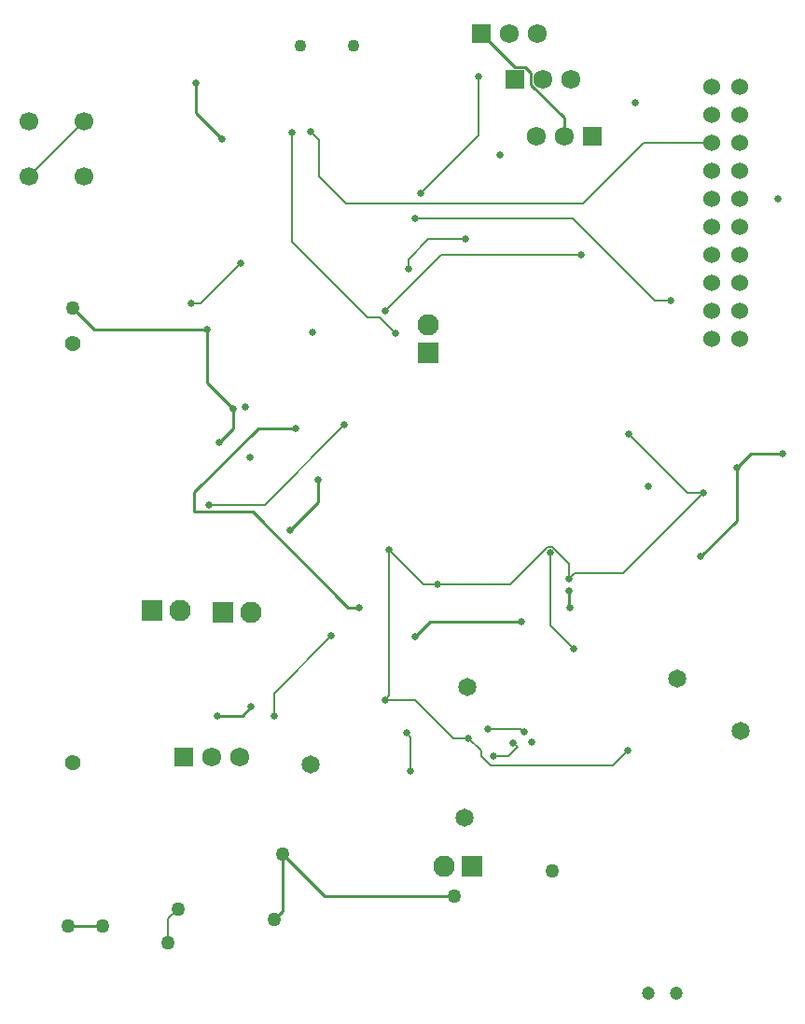
<source format=gbl>
G04*
G04 #@! TF.GenerationSoftware,Altium Limited,Altium Designer,18.1.9 (240)*
G04*
G04 Layer_Physical_Order=4*
G04 Layer_Color=16711680*
%FSLAX25Y25*%
%MOIN*%
G70*
G01*
G75*
%ADD13C,0.01000*%
%ADD62C,0.00600*%
%ADD63C,0.07677*%
%ADD64R,0.07433X0.07433*%
%ADD65C,0.06496*%
%ADD66R,0.07433X0.07433*%
%ADD67R,0.06575X0.06575*%
%ADD68C,0.06791*%
%ADD69C,0.06000*%
%ADD70C,0.04724*%
%ADD71C,0.06693*%
%ADD72C,0.04331*%
%ADD73C,0.05610*%
%ADD74C,0.02500*%
%ADD75C,0.05000*%
D13*
X316949Y277227D02*
X317178Y276999D01*
X316949Y277227D02*
Y283233D01*
X200051Y238500D02*
X203278Y241727D01*
X191156Y238500D02*
X200051D01*
X217078Y304595D02*
X227083Y314600D01*
Y322695D01*
X237945Y277247D02*
X241934D01*
X203663Y311529D02*
X237945Y277247D01*
X182887Y311529D02*
X203663D01*
X285368Y482205D02*
X297620Y469953D01*
X301202D01*
X303104Y468050D01*
Y463845D02*
Y468050D01*
Y463845D02*
X315000Y451949D01*
Y445388D02*
Y451949D01*
X187500Y357478D02*
X196882Y348095D01*
X187500Y357478D02*
Y376500D01*
X191793Y336095D02*
X196882Y341185D01*
Y348095D01*
X139500Y384000D02*
X147000Y376500D01*
X187500D01*
X183339Y453804D02*
X192678Y444465D01*
X183339Y453804D02*
Y464568D01*
X137693Y163547D02*
X150000D01*
X211500Y165787D02*
X214366Y168654D01*
Y189000D01*
X229366Y174000D01*
X275874D01*
X205696Y341091D02*
X219220D01*
X182887Y318282D02*
X205696Y341091D01*
X182887Y311529D02*
Y318282D01*
X261855Y266708D02*
X267277Y272129D01*
X299843D01*
X363815Y295266D02*
X376725Y308175D01*
Y326963D01*
X381804Y332043D01*
X393000D01*
D62*
X244745Y380833D02*
X248999D01*
X254831Y375000D01*
X224434Y447194D02*
X227605Y444023D01*
Y431157D02*
Y444023D01*
Y431157D02*
X237262Y421500D01*
X321918D01*
X343418Y443000D01*
X367949D01*
X299601Y233672D02*
X300678Y232595D01*
X287627Y233672D02*
X299601D01*
X258678Y232294D02*
X260178Y230794D01*
Y218709D02*
Y230794D01*
X269662Y285384D02*
X295853D01*
X264742D02*
X269662D01*
X316949Y287504D02*
Y292621D01*
X311560Y298010D02*
X316949Y292621D01*
X311560Y298010D02*
X311560D01*
X310869Y298701D02*
X311560Y298010D01*
X309171Y298701D02*
X310869D01*
X295853Y285384D02*
X309171Y298701D01*
X359233Y318131D02*
X364949D01*
X338129Y339234D02*
X359233Y318131D01*
X284307Y445709D02*
Y466699D01*
X263803Y425206D02*
X284307Y445709D01*
X261807Y416206D02*
X318000D01*
X347500Y386706D01*
X353091D01*
X259303Y398206D02*
Y401574D01*
X266435Y408706D01*
X279807D01*
X251071Y383000D02*
X271071Y403000D01*
X321000D01*
X185115Y385733D02*
X199422Y400040D01*
X181890Y385733D02*
X185115D01*
X217666Y407912D02*
X244745Y380833D01*
X217666Y407912D02*
Y446765D01*
X123657Y431157D02*
X143343Y450843D01*
X208020Y313823D02*
X236520Y342323D01*
X188107Y313823D02*
X208020D01*
X316949Y287504D02*
X318714Y289269D01*
X336088D01*
X364949Y318131D01*
X251071Y244198D02*
X261882D01*
X275504Y230577D01*
X280949D01*
X251071Y244198D02*
X252497Y245624D01*
Y297629D01*
X264742Y285384D01*
X310020Y270872D02*
X318449Y262443D01*
X310020Y270872D02*
Y296651D01*
X332441Y220690D02*
X337949Y226199D01*
X288872Y220690D02*
X332441D01*
X285449Y224113D02*
X288872Y220690D01*
X285449Y224113D02*
Y226077D01*
X280949Y230577D02*
X285449Y226077D01*
X296868Y228914D02*
X298331Y227451D01*
X295015Y224135D02*
X298331Y227451D01*
X289949Y224135D02*
X295015D01*
X211360Y246441D02*
X231919Y267000D01*
X211360Y238500D02*
Y246441D01*
X173587Y166087D02*
X177000Y169500D01*
X173587Y157547D02*
Y166087D01*
D63*
X272000Y184917D02*
D03*
X266316Y378000D02*
D03*
X177925Y276000D02*
D03*
X203000Y275335D02*
D03*
D64*
X282000Y184917D02*
D03*
X167925Y276000D02*
D03*
X193000Y275335D02*
D03*
D65*
X279402Y202240D02*
D03*
X280500Y248669D02*
D03*
X355500Y251643D02*
D03*
X224434Y221000D02*
D03*
X378224Y233179D02*
D03*
D66*
X266316Y368000D02*
D03*
D67*
X179252Y223610D02*
D03*
X297500Y465665D02*
D03*
X325000Y445388D02*
D03*
X285368Y482205D02*
D03*
D68*
X189252Y223610D02*
D03*
X199252D02*
D03*
X307500Y465665D02*
D03*
X317500D02*
D03*
X305000Y445388D02*
D03*
X315000D02*
D03*
X305368Y482205D02*
D03*
X295368D02*
D03*
D69*
X367949Y373000D02*
D03*
X377949D02*
D03*
X367949Y383000D02*
D03*
X377949D02*
D03*
X367949Y393000D02*
D03*
X377949D02*
D03*
X367949Y403000D02*
D03*
X377949D02*
D03*
X367949Y413000D02*
D03*
X377949D02*
D03*
X367949Y423000D02*
D03*
X377949D02*
D03*
X367949Y433000D02*
D03*
X377949D02*
D03*
X367949Y443000D02*
D03*
X377949D02*
D03*
X367949Y453000D02*
D03*
X377949D02*
D03*
X367949Y463000D02*
D03*
X377949D02*
D03*
D70*
X345225Y139500D02*
D03*
X355225D02*
D03*
D71*
X143343Y431157D02*
D03*
Y450843D02*
D03*
X123657D02*
D03*
Y431157D02*
D03*
D72*
X220642Y477705D02*
D03*
X239854D02*
D03*
D73*
X139500Y221870D02*
D03*
Y371476D02*
D03*
D74*
X254831Y375000D02*
D03*
X316949Y283233D02*
D03*
X317178Y276999D02*
D03*
X203278Y241727D02*
D03*
X201147Y348761D02*
D03*
X300678Y232595D02*
D03*
X287627Y233672D02*
D03*
X258678Y232294D02*
D03*
X260178Y218709D02*
D03*
X217078Y304595D02*
D03*
X227083Y322695D02*
D03*
X191793Y336095D02*
D03*
X196882Y348095D02*
D03*
X192678Y444465D02*
D03*
X241934Y277247D02*
D03*
X261855Y266708D02*
D03*
X299843Y272129D02*
D03*
X269662Y285384D02*
D03*
X338129Y339234D02*
D03*
X263803Y425206D02*
D03*
X284307Y466699D02*
D03*
X292224Y438706D02*
D03*
X353091Y386706D02*
D03*
X261807Y416206D02*
D03*
X279807Y408706D02*
D03*
X259303Y398206D02*
D03*
X321000Y403000D02*
D03*
X251071Y383000D02*
D03*
X391500Y423000D02*
D03*
X224434Y447194D02*
D03*
X199422Y400040D02*
D03*
X181890Y385733D02*
D03*
X217666Y446765D02*
D03*
X225268Y375268D02*
D03*
X187500Y376500D02*
D03*
X183339Y464568D02*
D03*
X219220Y341091D02*
D03*
X188107Y313823D02*
D03*
X236520Y342323D02*
D03*
X340500Y457500D02*
D03*
X202695Y330829D02*
D03*
X393000Y332043D02*
D03*
X376725Y326963D02*
D03*
X345225Y320351D02*
D03*
X364949Y318131D02*
D03*
X303449Y229199D02*
D03*
X296868Y228914D02*
D03*
X363815Y295266D02*
D03*
X337949Y226199D02*
D03*
X280949Y230577D02*
D03*
X252497Y297629D02*
D03*
X318449Y262443D02*
D03*
X316949Y287504D02*
D03*
X310020Y296651D02*
D03*
X289949Y224135D02*
D03*
X251071Y244198D02*
D03*
X231919Y267000D02*
D03*
X211360Y238500D02*
D03*
X191156D02*
D03*
D75*
X214366Y189000D02*
D03*
X177000Y169500D02*
D03*
X173587Y157547D02*
D03*
X211500Y165787D02*
D03*
X310807Y183047D02*
D03*
X275874Y174000D02*
D03*
X139500Y384000D02*
D03*
X150000Y163547D02*
D03*
X137693D02*
D03*
M02*

</source>
